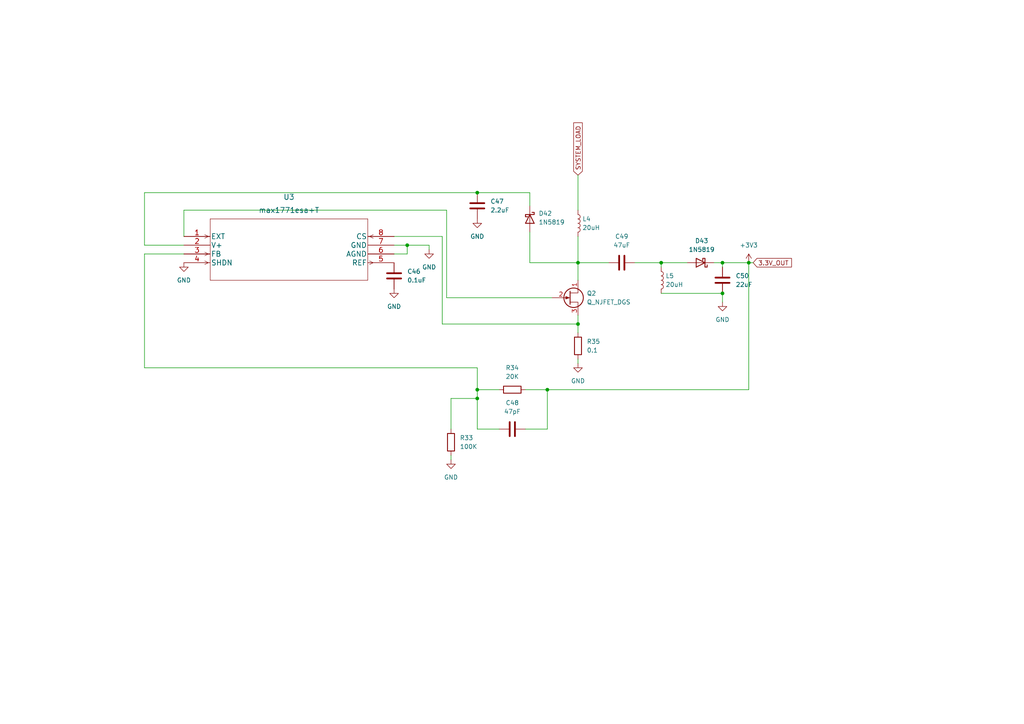
<source format=kicad_sch>
(kicad_sch (version 20211123) (generator eeschema)
  (paper "A4")
  (lib_symbols
    (symbol "Device:C" (pin_numbers hide) (pin_names (offset 0.254))
      (property "Reference" "C" (at 0.635 2.54 0))
      (property "Value" "C" (at 0.635 -2.54 0))
      (symbol "C_0_1"
        (polyline (pts (xy -2.032 -0.762) (xy 2.032 -0.762)) (stroke (width 0.508)))
        (polyline (pts (xy -2.032 0.762) (xy 2.032 0.762)) (stroke (width 0.508)))
      )
      (symbol "C_1_1"
        (pin passive line (at 0 3.81 270) (length 2.794) (name "~") (number "1"))
        (pin passive line (at 0 -3.81 90) (length 2.794) (name "~") (number "2"))
      )
    )
    (symbol "Device:L" (pin_numbers hide) (pin_names (offset 1.016) hide)
      (property "Reference" "L" (at -1.27 0 90))
      (property "Value" "L" (at 1.905 0 90))
      (symbol "L_0_1"
        (arc (start 0 -2.54) (mid 0.635 -1.905) (end 0 -1.27))
        (arc (start 0 -1.27) (mid 0.635 -0.635) (end 0 0))
        (arc (start 0 0) (mid 0.635 0.635) (end 0 1.27))
        (arc (start 0 1.27) (mid 0.635 1.905) (end 0 2.54))
      )
      (symbol "L_1_1"
        (pin passive line (at 0 3.81 270) (length 1.27) (name "1") (number "1"))
        (pin passive line (at 0 -3.81 90) (length 1.27) (name "2") (number "2"))
      )
    )
    (symbol "Device:Q_NJFET_DGS" (pin_names (offset 0) hide)
      (property "Reference" "Q" (at 5.08 1.27 0))
      (property "Value" "Q_NJFET_DGS" (at 5.08 -1.27 0))
      (symbol "Q_NJFET_DGS_0_1"
        (polyline (pts (xy 0.254 1.905) (xy 0.254 -1.905) (xy 0.254 -1.905)) (stroke (width 0.254)))
        (polyline (pts (xy 2.54 -2.54) (xy 2.54 -1.27) (xy 0.254 -1.27)))
        (polyline (pts (xy 2.54 2.54) (xy 2.54 1.397) (xy 0.254 1.397)))
        (polyline (pts (xy 0 0) (xy -1.016 0.381) (xy -1.016 -0.381) (xy 0 0)) (fill (type outline)))
        (circle (center 1.27 0) (radius 2.8194) (stroke (width 0.254)))
      )
      (symbol "Q_NJFET_DGS_1_1"
        (pin passive line (at 2.54 5.08 270) (length 2.54) (name "D") (number "1"))
        (pin input line (at -5.08 0 0) (length 5.334) (name "G") (number "2"))
        (pin passive line (at 2.54 -5.08 90) (length 2.54) (name "S") (number "3"))
      )
    )
    (symbol "Device:R" (pin_numbers hide) (pin_names (offset 0))
      (property "Reference" "R" (at 2.032 0 90))
      (property "Value" "R" (at 0 0 90))
      (symbol "R_0_1"
        (rectangle (start -1.016 -2.54) (end 1.016 2.54) (stroke (width 0.254)))
      )
      (symbol "R_1_1"
        (pin passive line (at 0 3.81 270) (length 1.27) (name "~") (number "1"))
        (pin passive line (at 0 -3.81 90) (length 1.27) (name "~") (number "2"))
      )
    )
    (symbol "Diode:1N5819" (pin_numbers hide) (pin_names (offset 1.016) hide)
      (property "Reference" "D" (at 0 2.54 0))
      (property "Value" "1N5819" (at 0 -2.54 0))
      (symbol "1N5819_0_1"
        (polyline (pts (xy 1.27 0) (xy -1.27 0)))
        (polyline (pts (xy 1.27 1.27) (xy 1.27 -1.27) (xy -1.27 0) (xy 1.27 1.27)) (stroke (width 0.254)))
        (polyline (pts (xy -1.905 0.635) (xy -1.905 1.27) (xy -1.27 1.27) (xy -1.27 -1.27) (xy -0.635 -1.27) (xy -0.635 -0.635)) (stroke (width 0.254)))
      )
      (symbol "1N5819_1_1"
        (pin passive line (at -3.81 0 0) (length 2.54) (name "K") (number "1"))
        (pin passive line (at 3.81 0 180) (length 2.54) (name "A") (number "2"))
      )
    )
    (symbol "max1771:max1771esa+T" (pin_names (offset 0.254))
      (property "Reference" "U" (at 30.48 10.16 0))
      (property "Value" "max1771esa+T" (at 30.48 7.62 0))
      (symbol "max1771esa+T_1_1"
        (polyline (pts (xy 7.112 -7.62) (xy 6.0452 -8.128)) (stroke (width 0.127)))
        (polyline (pts (xy 7.112 -7.62) (xy 6.0452 -7.112)) (stroke (width 0.127)))
        (polyline (pts (xy 7.112 -5.08) (xy 6.0452 -5.588)) (stroke (width 0.127)))
        (polyline (pts (xy 7.112 -5.08) (xy 6.0452 -4.572)) (stroke (width 0.127)))
        (polyline (pts (xy 7.112 0) (xy 6.0452 -0.508)) (stroke (width 0.127)))
        (polyline (pts (xy 7.112 0) (xy 6.0452 0.508)) (stroke (width 0.127)))
        (polyline (pts (xy 7.62 -12.7) (xy 53.34 -12.7)) (stroke (width 0.127)))
        (polyline (pts (xy 7.62 5.08) (xy 7.62 -12.7)) (stroke (width 0.127)))
        (polyline (pts (xy 53.34 -12.7) (xy 53.34 5.08)) (stroke (width 0.127)))
        (polyline (pts (xy 53.34 5.08) (xy 7.62 5.08)) (stroke (width 0.127)))
        (polyline (pts (xy 53.848 -8.128) (xy 54.9148 -7.62)) (stroke (width 0.127)))
        (polyline (pts (xy 53.848 -7.112) (xy 54.9148 -7.62)) (stroke (width 0.127)))
        (polyline (pts (xy 53.848 0) (xy 54.9148 -0.508)) (stroke (width 0.127)))
        (polyline (pts (xy 53.848 0) (xy 54.9148 0.508)) (stroke (width 0.127)))
        (pin input line (at 0 0 0) (length 7.62) (name "EXT") (number "1"))
        (pin power_in line (at 0 -2.54 0) (length 7.62) (name "V+") (number "2"))
        (pin input line (at 0 -5.08 0) (length 7.62) (name "FB") (number "3"))
        (pin input line (at 0 -7.62 0) (length 7.62) (name "SHDN") (number "4"))
        (pin output line (at 60.96 -7.62 180) (length 7.62) (name "REF") (number "5"))
        (pin power_in line (at 60.96 -5.08 180) (length 7.62) (name "AGND") (number "6"))
        (pin power_in line (at 60.96 -2.54 180) (length 7.62) (name "GND") (number "7"))
        (pin input line (at 60.96 0 180) (length 7.62) (name "CS") (number "8"))
      )
    )
    (symbol "power:+3.3V" (power) (pin_names (offset 0))
      (property "Value" "+3.3V" (at 0 3.556 0))
      (symbol "+3.3V_0_1"
        (polyline (pts (xy -0.762 1.27) (xy 0 2.54)))
        (polyline (pts (xy 0 0) (xy 0 2.54)))
        (polyline (pts (xy 0 2.54) (xy 0.762 1.27)))
      )
      (symbol "+3.3V_1_1"
        (pin power_in line (at 0 0 90) (length 0) hide (name "+3V3") (number "1"))
      )
    )
    (symbol "power:GND" (power) (pin_names (offset 0))
      (property "Value" "GND" (at 0 -3.81 0))
      (symbol "GND_0_1"
        (polyline (pts (xy 0 0) (xy 0 -1.27) (xy 1.27 -1.27) (xy 0 -2.54) (xy -1.27 -1.27) (xy 0 -1.27)))
      )
      (symbol "GND_1_1"
        (pin power_in line (at 0 0 270) (length 0) hide (name "GND") (number "1"))
      )
    )
  )
  (junction (at 209.55 85.09))
  (junction (at 191.77 76.2))
  (junction (at 138.43 113.03))
  (junction (at 138.43 55.88))
  (junction (at 217.17 76.2))
  (junction (at 167.64 93.98))
  (junction (at 118.11 71.12))
  (junction (at 158.75 113.03))
  (junction (at 167.64 76.2))
  (junction (at 209.55 76.2))
  (junction (at 138.43 115.57))
  (wire (pts (xy 167.64 93.98) (xy 167.64 96.52)))
  (wire (pts (xy 153.67 67.31) (xy 153.67 76.2)))
  (wire (pts (xy 138.43 115.57) (xy 138.43 113.03)))
  (wire (pts (xy 128.27 68.58) (xy 128.27 93.98)))
  (wire (pts (xy 152.4 113.03) (xy 158.75 113.03)))
  (wire (pts (xy 41.91 55.88) (xy 138.43 55.88)))
  (wire (pts (xy 167.64 68.58) (xy 167.64 76.2)))
  (wire (pts (xy 191.77 85.09) (xy 209.55 85.09)))
  (wire (pts (xy 41.91 106.68) (xy 138.43 106.68)))
  (wire (pts (xy 114.3 73.66) (xy 118.11 73.66)))
  (wire (pts (xy 114.3 68.58) (xy 128.27 68.58)))
  (wire (pts (xy 118.11 71.12) (xy 124.46 71.12)))
  (wire (pts (xy 167.64 50.8) (xy 167.64 60.96)))
  (wire (pts (xy 138.43 113.03) (xy 138.43 106.68)))
  (wire (pts (xy 41.91 73.66) (xy 41.91 106.68)))
  (wire (pts (xy 167.64 76.2) (xy 176.53 76.2)))
  (wire (pts (xy 53.34 73.66) (xy 41.91 73.66)))
  (wire (pts (xy 217.17 76.2) (xy 217.17 113.03)))
  (wire (pts (xy 118.11 73.66) (xy 118.11 71.12)))
  (wire (pts (xy 153.67 55.88) (xy 153.67 59.69)))
  (wire (pts (xy 138.43 55.88) (xy 153.67 55.88)))
  (wire (pts (xy 207.01 76.2) (xy 209.55 76.2)))
  (wire (pts (xy 129.54 60.96) (xy 129.54 86.36)))
  (wire (pts (xy 53.34 71.12) (xy 41.91 71.12)))
  (wire (pts (xy 184.15 76.2) (xy 191.77 76.2)))
  (wire (pts (xy 153.67 76.2) (xy 167.64 76.2)))
  (wire (pts (xy 191.77 76.2) (xy 191.77 77.47)))
  (wire (pts (xy 144.78 124.46) (xy 138.43 124.46)))
  (wire (pts (xy 209.55 76.2) (xy 217.17 76.2)))
  (wire (pts (xy 167.64 91.44) (xy 167.64 93.98)))
  (wire (pts (xy 191.77 76.2) (xy 199.39 76.2)))
  (wire (pts (xy 130.81 115.57) (xy 130.81 124.46)))
  (wire (pts (xy 138.43 113.03) (xy 144.78 113.03)))
  (wire (pts (xy 53.34 60.96) (xy 129.54 60.96)))
  (wire (pts (xy 129.54 86.36) (xy 160.02 86.36)))
  (wire (pts (xy 158.75 113.03) (xy 217.17 113.03)))
  (wire (pts (xy 209.55 85.09) (xy 209.55 87.63)))
  (wire (pts (xy 209.55 76.2) (xy 209.55 77.47)))
  (wire (pts (xy 138.43 115.57) (xy 130.81 115.57)))
  (wire (pts (xy 128.27 93.98) (xy 167.64 93.98)))
  (wire (pts (xy 167.64 76.2) (xy 167.64 81.28)))
  (wire (pts (xy 167.64 104.14) (xy 167.64 105.41)))
  (wire (pts (xy 217.17 76.2) (xy 218.44 76.2)))
  (wire (pts (xy 138.43 124.46) (xy 138.43 115.57)))
  (wire (pts (xy 53.34 68.58) (xy 53.34 60.96)))
  (wire (pts (xy 130.81 132.08) (xy 130.81 133.35)))
  (wire (pts (xy 41.91 71.12) (xy 41.91 55.88)))
  (wire (pts (xy 124.46 71.12) (xy 124.46 72.39)))
  (wire (pts (xy 114.3 71.12) (xy 118.11 71.12)))
  (wire (pts (xy 152.4 124.46) (xy 158.75 124.46)))
  (wire (pts (xy 158.75 124.46) (xy 158.75 113.03)))
  (global_label "3.3V_OUT" (shape input) (at 218.44 76.2 0) (property "Intersheet References" "${INTERSHEET_REFS}" (effects hide)))
  (global_label "SYSTEM_LOAD" (shape input) (at 167.64 50.8 90) (property "Intersheet References" "${INTERSHEET_REFS}" (effects hide)))
  (symbol (lib_id "Device:L") (at 167.64 64.77 0) (unit 1)
    (property "Reference" "L4" (at 168.91 63.4999 0) (effects (justify left)))
    (property "Value" "20uH" (at 168.91 66.0399 0) (effects (justify left)))
    (property "Footprint" "inductors:inductors" (effects hide))
  )
  (symbol (lib_id "power:GND") (at 124.46 72.39 0) (unit 1)
    (property "Reference" "#PWR0193" (effects hide))
    (property "Value" "GND" (at 124.46 77.47 0))
  )
  (symbol (lib_id "Device:R") (at 130.81 128.27 0) (unit 1)
    (property "Reference" "R33" (at 133.35 126.9999 0) (effects (justify left)))
    (property "Value" "100K" (at 133.35 129.5399 0) (effects (justify left)))
    (property "Footprint" "Resistor_SMD:R_0805_2012Metric_Pad1.20x1.40mm_HandSolder" (effects hide))
  )
  (symbol (lib_id "Device:C") (at 180.34 76.2 90) (unit 1)
    (property "Reference" "C49" (at 180.34 68.58 90))
    (property "Value" "47uF" (at 180.34 71.12 90))
    (property "Footprint" "Capacitor_THT:CP_Radial_D4.0mm_P1.50mm" (effects hide))
  )
  (symbol (lib_id "Device:C") (at 114.3 80.01 0) (unit 1)
    (property "Reference" "C46" (at 118.11 78.7399 0) (effects (justify left)))
    (property "Value" "0.1uF" (at 118.11 81.2799 0) (effects (justify left)))
    (property "Footprint" "Capacitor_SMD:C_0805_2012Metric_Pad1.18x1.45mm_HandSolder" (effects hide))
  )
  (symbol (lib_id "max1771:max1771esa+T") (at 53.34 68.58 0) (unit 1)
    (property "Reference" "U3" (at 83.82 57.15 0) (effects (font (size 1.524 1.524))))
    (property "Value" "max1771esa+T" (at 83.82 60.96 0) (effects (font (size 1.524 1.524))))
    (property "Footprint" "max1771:max1771esa&plus_T" (effects hide))
  )
  (symbol (lib_id "Device:L") (at 191.77 81.28 0) (unit 1)
    (property "Reference" "L5" (at 193.04 80.0099 0) (effects (justify left)))
    (property "Value" "20uH" (at 193.04 82.5499 0) (effects (justify left)))
    (property "Footprint" "inductors:inductors" (effects hide))
  )
  (symbol (lib_id "Diode:1N5819") (at 153.67 63.5 270) (unit 1)
    (property "Reference" "D42" (at 156.21 61.9124 90) (effects (justify left)))
    (property "Value" "1N5819" (at 156.21 64.4524 90) (effects (justify left)))
    (property "Footprint" "Diode_THT:D_DO-41_SOD81_P10.16mm_Horizontal" (effects hide))
    (property "Datasheet" "http://www.vishay.com/docs/88525/1n5817.pdf" (effects hide))
  )
  (symbol (lib_id "power:GND") (at 114.3 83.82 0) (unit 1)
    (property "Reference" "#PWR0194" (effects hide))
    (property "Value" "GND" (at 114.3 88.9 0))
  )
  (symbol (lib_id "Device:C") (at 209.55 81.28 0) (unit 1)
    (property "Reference" "C50" (at 213.36 80.0099 0) (effects (justify left)))
    (property "Value" "22uF" (at 213.36 82.5499 0) (effects (justify left)))
    (property "Footprint" "Capacitor_SMD:C_0805_2012Metric_Pad1.18x1.45mm_HandSolder" (effects hide))
  )
  (symbol (lib_id "power:+3.3V") (at 217.17 76.2 0) (unit 1)
    (property "Reference" "#PWR0196" (effects hide))
    (property "Value" "+3.3V" (at 217.17 71.12 0))
  )
  (symbol (lib_id "power:GND") (at 130.81 133.35 0) (unit 1)
    (property "Reference" "#PWR0192" (effects hide))
    (property "Value" "GND" (at 130.81 138.43 0))
  )
  (symbol (lib_id "Device:Q_NJFET_DGS") (at 165.1 86.36 0) (unit 1)
    (property "Reference" "Q2" (at 170.18 85.0899 0) (effects (justify left)))
    (property "Value" "Q_NJFET_DGS" (at 170.18 87.6299 0) (effects (justify left)))
    (property "Footprint" "Package_TO_SOT_SMD:SOT-223" (effects hide))
  )
  (symbol (lib_id "power:GND") (at 53.34 76.2 0) (unit 1)
    (property "Reference" "#PWR0195" (effects hide))
    (property "Value" "GND" (at 53.34 81.28 0))
  )
  (symbol (lib_id "power:GND") (at 209.55 87.63 0) (unit 1)
    (property "Reference" "#PWR0197" (effects hide))
    (property "Value" "GND" (at 209.55 92.71 0))
  )
  (symbol (lib_id "Device:R") (at 167.64 100.33 0) (unit 1)
    (property "Reference" "R35" (at 170.18 99.0599 0) (effects (justify left)))
    (property "Value" "0.1" (at 170.18 101.5999 0) (effects (justify left)))
    (property "Footprint" "Resistor_SMD:R_0805_2012Metric_Pad1.20x1.40mm_HandSolder" (effects hide))
  )
  (symbol (lib_id "Device:C") (at 138.43 59.69 0) (unit 1)
    (property "Reference" "C47" (at 142.24 58.4199 0) (effects (justify left)))
    (property "Value" "2.2uF" (at 142.24 60.9599 0) (effects (justify left)))
    (property "Footprint" "Capacitor_SMD:C_0805_2012Metric_Pad1.18x1.45mm_HandSolder" (effects hide))
  )
  (symbol (lib_id "Device:R") (at 148.59 113.03 90) (unit 1)
    (property "Reference" "R34" (at 148.59 106.68 90))
    (property "Value" "20K" (at 148.59 109.22 90))
    (property "Footprint" "Resistor_SMD:R_0805_2012Metric_Pad1.20x1.40mm_HandSolder" (effects hide))
  )
  (symbol (lib_id "Device:C") (at 148.59 124.46 90) (unit 1)
    (property "Reference" "C48" (at 148.59 116.84 90))
    (property "Value" "47pF" (at 148.59 119.38 90))
    (property "Footprint" "Capacitor_SMD:C_0805_2012Metric_Pad1.18x1.45mm_HandSolder" (effects hide))
  )
  (symbol (lib_id "Diode:1N5819") (at 203.2 76.2 180) (unit 1)
    (property "Reference" "D43" (at 203.5175 69.85 0))
    (property "Value" "1N5819" (at 203.5175 72.39 0))
    (property "Footprint" "Diode_THT:D_DO-41_SOD81_P10.16mm_Horizontal" (effects hide))
    (property "Datasheet" "http://www.vishay.com/docs/88525/1n5817.pdf" (effects hide))
  )
  (symbol (lib_id "power:GND") (at 167.64 105.41 0) (unit 1)
    (property "Reference" "#PWR0198" (effects hide))
    (property "Value" "GND" (at 167.64 110.49 0))
  )
  (symbol (lib_id "power:GND") (at 138.43 63.5 0) (unit 1)
    (property "Reference" "#PWR0199" (effects hide))
    (property "Value" "GND" (at 138.43 68.58 0))
  )
)
</source>
